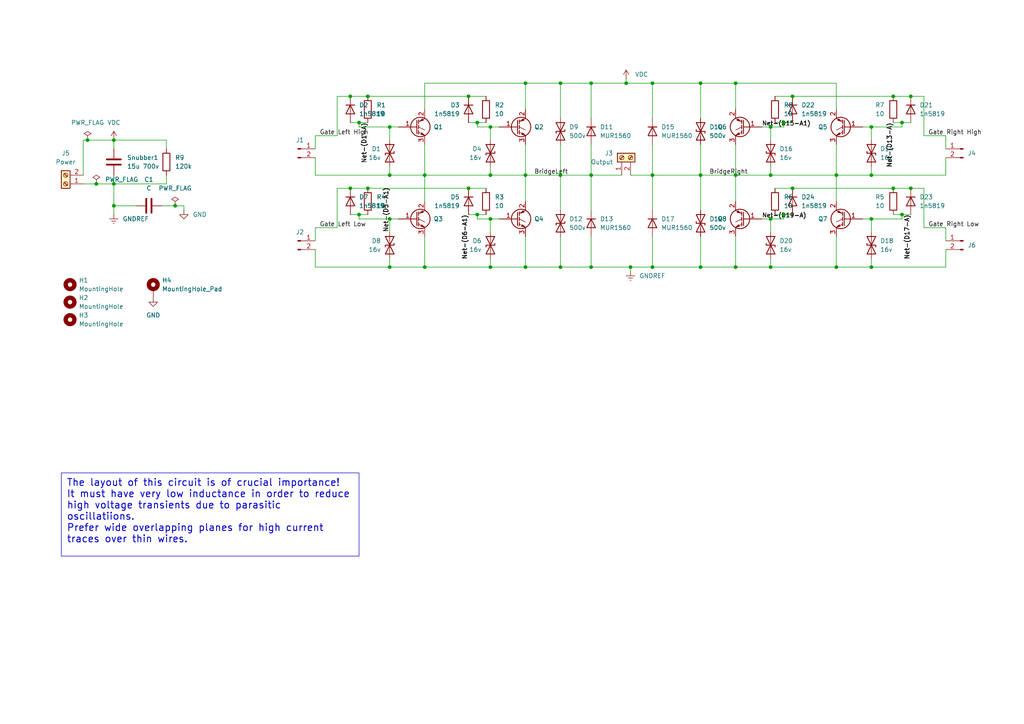
<source format=kicad_sch>
(kicad_sch (version 20250114) (generator "eeschema") (generator_version "9.0")
  (paper "A4")
  (title_block (title "SSTC Inverter") (rev "v4") (company "hnaderi"))
  (lib_symbols
    (symbol "Connector:Conn_01x02_Pin" (pin_names (offset 1.016) (hide yes))
      (property "Reference" "J" (at 0 2.54 0))
      (property "Value" "Conn_01x02_Pin" (at 0 -5.08 0))
      (symbol "Conn_01x02_Pin_1_1"
        (rectangle (start 0.8636 0.127) (end 0 -0.127) (stroke (width 0.1524)) (fill (type outline)))
        (rectangle (start 0.8636 -2.413) (end 0 -2.667) (stroke (width 0.1524)) (fill (type outline)))
        (polyline (pts (xy 1.27 0) (xy 0.8636 0)) (stroke (width 0.1524)))
        (polyline (pts (xy 1.27 -2.54) (xy 0.8636 -2.54)) (stroke (width 0.1524)))
        (pin passive line (at 5.08 0 180) (length 3.81) (name "Pin_1") (number "1"))
        (pin passive line (at 5.08 -2.54 180) (length 3.81) (name "Pin_2") (number "2"))
      )
    )
    (symbol "Connector:Screw_Terminal_01x02" (pin_names (offset 1.016) (hide yes))
      (property "Reference" "J" (at 0 2.54 0))
      (property "Value" "Screw_Terminal_01x02" (at 0 -5.08 0))
      (symbol "Screw_Terminal_01x02_1_1"
        (rectangle (start -1.27 1.27) (end 1.27 -3.81) (stroke (width 0.254)) (fill (type background)))
        (polyline (pts (xy -0.5334 0.3302) (xy 0.3302 -0.508)) (stroke (width 0.1524)))
        (polyline (pts (xy -0.5334 -2.2098) (xy 0.3302 -3.048)) (stroke (width 0.1524)))
        (polyline (pts (xy -0.3556 0.508) (xy 0.508 -0.3302)) (stroke (width 0.1524)))
        (polyline (pts (xy -0.3556 -2.032) (xy 0.508 -2.8702)) (stroke (width 0.1524)))
        (circle (center 0 0) (radius 0.635) (stroke (width 0.1524)))
        (circle (center 0 -2.54) (radius 0.635) (stroke (width 0.1524)))
        (pin passive line (at -5.08 0 0) (length 3.81) (name "Pin_1") (number "1"))
        (pin passive line (at -5.08 -2.54 0) (length 3.81) (name "Pin_2") (number "2"))
      )
    )
    (symbol "Device:C" (pin_numbers (hide yes)) (pin_names (offset 0.254))
      (property "Reference" "C" (at 0.635 2.54 0))
      (property "Value" "C" (at 0.635 -2.54 0))
      (symbol "C_0_1"
        (polyline (pts (xy -2.032 0.762) (xy 2.032 0.762)) (stroke (width 0.508)))
        (polyline (pts (xy -2.032 -0.762) (xy 2.032 -0.762)) (stroke (width 0.508)))
      )
      (symbol "C_1_1"
        (pin passive line (at 0 3.81 270) (length 2.794) (name "~") (number "1"))
        (pin passive line (at 0 -3.81 90) (length 2.794) (name "~") (number "2"))
      )
    )
    (symbol "Device:D" (pin_numbers (hide yes)) (pin_names (offset 1.016) (hide yes))
      (property "Reference" "D" (at 0 2.54 0))
      (property "Value" "D" (at 0 -2.54 0))
      (symbol "D_0_1"
        (polyline (pts (xy -1.27 1.27) (xy -1.27 -1.27)) (stroke (width 0.254)))
        (polyline (pts (xy 1.27 1.27) (xy 1.27 -1.27) (xy -1.27 0) (xy 1.27 1.27)) (stroke (width 0.254)))
        (polyline (pts (xy 1.27 0) (xy -1.27 0)))
      )
      (symbol "D_1_1"
        (pin passive line (at -3.81 0 0) (length 2.54) (name "K") (number "1"))
        (pin passive line (at 3.81 0 180) (length 2.54) (name "A") (number "2"))
      )
    )
    (symbol "Device:D_TVS" (pin_numbers (hide yes)) (pin_names (offset 1.016) (hide yes))
      (property "Reference" "D" (at 0 2.54 0))
      (property "Value" "D_TVS" (at 0 -2.54 0))
      (symbol "D_TVS_0_1"
        (polyline (pts (xy -2.54 1.27) (xy -2.54 -1.27) (xy 2.54 1.27) (xy 2.54 -1.27) (xy -2.54 1.27)) (stroke (width 0.254)))
        (polyline (pts (xy 0.508 1.27) (xy 0 1.27) (xy 0 -1.27) (xy -0.508 -1.27)) (stroke (width 0.254)))
        (polyline (pts (xy 1.27 0) (xy -1.27 0)))
      )
      (symbol "D_TVS_1_1"
        (pin passive line (at -3.81 0 0) (length 2.54) (name "A1") (number "1"))
        (pin passive line (at 3.81 0 180) (length 2.54) (name "A2") (number "2"))
      )
    )
    (symbol "Device:Q_NIGBT_GCE" (pin_names (offset 0) (hide yes))
      (property "Reference" "Q" (at 5.08 1.27 0))
      (property "Value" "Q_NIGBT_GCE" (at 5.08 -1.27 0))
      (symbol "Q_NIGBT_GCE_0_1"
        (polyline (pts (xy 0.254 1.905) (xy 0.254 -1.905) (xy 0.254 -1.905)) (stroke (width 0.254)))
        (polyline (pts (xy 0.762 2.032) (xy 0.762 1.016)) (stroke (width 0.254)))
        (polyline (pts (xy 0.762 0.508) (xy 0.762 -0.508)) (stroke (width 0.254)))
        (polyline (pts (xy 0.762 -1.016) (xy 0.762 -2.032)) (stroke (width 0.254)))
        (circle (center 1.27 0) (radius 2.8194) (stroke (width 0.254)))
        (polyline (pts (xy 1.397 -2.159) (xy 1.651 -1.651) (xy 2.54 -2.413) (xy 1.397 -2.159)) (fill (type outline)))
        (polyline (pts (xy 2.159 1.905) (xy 1.905 2.413) (xy 1.016 1.651) (xy 2.159 1.905)) (fill (type outline)))
        (polyline (pts (xy 2.54 2.413) (xy 0.762 1.524)))
        (polyline (pts (xy 2.54 -0.889) (xy 0.762 0)))
        (polyline (pts (xy 2.54 -2.413) (xy 0.762 -1.524)))
      )
      (symbol "Q_NIGBT_GCE_1_1"
        (pin input line (at -5.08 0 0) (length 5.334) (name "G") (number "1"))
        (pin passive line (at 2.54 5.08 270) (length 2.54) (name "C") (number "2"))
        (pin passive line (at 2.54 -5.08 90) (length 2.54) (name "E") (number "3"))
      )
    )
    (symbol "Device:R" (pin_numbers (hide yes)) (pin_names (offset 0))
      (property "Reference" "R" (at 2.032 0 90))
      (property "Value" "R" (at 0 0 90))
      (symbol "R_0_1"
        (rectangle (start -1.016 -2.54) (end 1.016 2.54) (stroke (width 0.254)))
      )
      (symbol "R_1_1"
        (pin passive line (at 0 3.81 270) (length 1.27) (name "~") (number "1"))
        (pin passive line (at 0 -3.81 90) (length 1.27) (name "~") (number "2"))
      )
    )
    (symbol "Mechanical:MountingHole" (pin_names (offset 1.016)) (in_bom no)
      (property "Reference" "H" (at 0 5.08 0))
      (property "Value" "MountingHole" (at 0 3.175 0))
      (symbol "MountingHole_0_1"
        (circle (center 0 0) (radius 1.27) (stroke (width 1.27)))
      )
    )
    (symbol "Mechanical:MountingHole_Pad" (pin_numbers (hide yes)) (pin_names (offset 1.016) (hide yes)) (in_bom no)
      (property "Reference" "H" (at 0 6.35 0))
      (property "Value" "MountingHole_Pad" (at 0 4.445 0))
      (symbol "MountingHole_Pad_0_1"
        (circle (center 0 1.27) (radius 1.27) (stroke (width 1.27)))
      )
      (symbol "MountingHole_Pad_1_1"
        (pin input line (at 0 -2.54 90) (length 2.54) (name "1") (number "1"))
      )
    )
    (symbol "power:GND" (power) (pin_numbers (hide yes)) (pin_names (offset 0) (hide yes))
      (property "Value" "GND" (at 0 -3.81 0))
      (symbol "GND_0_1"
        (polyline (pts (xy 0 0) (xy 0 -1.27) (xy 1.27 -1.27) (xy 0 -2.54) (xy -1.27 -1.27) (xy 0 -1.27)))
      )
      (symbol "GND_1_1"
        (pin power_in line (at 0 0 270) (length 0) (name "~") (number "1"))
      )
    )
    (symbol "power:GNDREF" (power) (pin_numbers (hide yes)) (pin_names (offset 0) (hide yes))
      (property "Value" "GNDREF" (at 0 -3.81 0))
      (symbol "GNDREF_0_1"
        (polyline (pts (xy -0.635 -1.905) (xy 0.635 -1.905)))
        (polyline (pts (xy -0.127 -2.54) (xy 0.127 -2.54)))
        (polyline (pts (xy 0 -1.27) (xy 0 0)))
        (polyline (pts (xy 1.27 -1.27) (xy -1.27 -1.27)))
      )
      (symbol "GNDREF_1_1"
        (pin power_in line (at 0 0 270) (length 0) (name "~") (number "1"))
      )
    )
    (symbol "power:PWR_FLAG" (power) (pin_numbers (hide yes)) (pin_names (offset 0) (hide yes))
      (property "Value" "PWR_FLAG" (at 0 3.81 0))
      (symbol "PWR_FLAG_0_0"
        (pin power_out line (at 0 0 90) (length 0) (name "~") (number "1"))
      )
      (symbol "PWR_FLAG_0_1"
        (polyline (pts (xy 0 0) (xy 0 1.27) (xy -1.016 1.905) (xy 0 2.54) (xy 1.016 1.905) (xy 0 1.27)))
      )
    )
    (symbol "power:VDC" (power) (pin_numbers (hide yes)) (pin_names (offset 0) (hide yes))
      (property "Value" "VDC" (at 0 3.556 0))
      (symbol "VDC_0_1"
        (polyline (pts (xy -0.762 1.27) (xy 0 2.54)))
        (polyline (pts (xy 0 2.54) (xy 0.762 1.27)))
        (polyline (pts (xy 0 0) (xy 0 2.54)))
      )
      (symbol "VDC_1_1"
        (pin power_in line (at 0 0 90) (length 0) (name "~") (number "1"))
      )
    )
  )
  (text_box "The layout of this circuit is of crucial importance!\nIt must have very low inductance in order to reduce high voltage transients due to parasitic oscillatiions.\nPrefer wide overlapping planes for high current traces over thin wires." (at 17.78 137.16 0) (size 86.36 24.13) (margins 1.524 1.524 1.524 1.524) (effects (font (size 2.032 2.032) (thickness 0.254) (bold yes)) (justify left top)))
  (junction (at 213.36 24.13))
  (junction (at 113.03 63.5))
  (junction (at 142.24 77.47))
  (junction (at 261.62 62.23))
  (junction (at 142.24 36.83))
  (junction (at 261.62 35.56))
  (junction (at 223.52 77.47))
  (junction (at 259.08 54.61))
  (junction (at 135.89 27.94))
  (junction (at 242.57 77.47))
  (junction (at 135.89 54.61))
  (junction (at 189.23 50.8))
  (junction (at 229.87 54.61))
  (junction (at 264.16 54.61))
  (junction (at 33.02 59.69))
  (junction (at 101.6 27.94))
  (junction (at 162.56 77.47))
  (junction (at 152.4 24.13))
  (junction (at 203.2 77.47))
  (junction (at 33.02 53.34))
  (junction (at 113.03 36.83))
  (junction (at 242.57 50.8))
  (junction (at 162.56 50.8))
  (junction (at 171.45 50.8))
  (junction (at 227.33 35.56))
  (junction (at 223.52 50.8))
  (junction (at 27.94 53.34))
  (junction (at 50.8 59.69))
  (junction (at 101.6 54.61))
  (junction (at 223.52 63.5))
  (junction (at 171.45 77.47))
  (junction (at 182.88 77.47))
  (junction (at 142.24 63.5))
  (junction (at 106.68 27.94))
  (junction (at 229.87 27.94))
  (junction (at 252.73 36.83))
  (junction (at 252.73 50.8))
  (junction (at 123.19 50.8))
  (junction (at 152.4 50.8))
  (junction (at 213.36 77.47))
  (junction (at 181.61 24.13))
  (junction (at 152.4 77.47))
  (junction (at 106.68 54.61))
  (junction (at 113.03 50.8))
  (junction (at 264.16 27.94))
  (junction (at 113.03 77.47))
  (junction (at 104.14 62.23))
  (junction (at 104.14 35.56))
  (junction (at 227.33 62.23))
  (junction (at 189.23 77.47))
  (junction (at 189.23 24.13))
  (junction (at 252.73 63.5))
  (junction (at 171.45 24.13))
  (junction (at 33.02 40.64))
  (junction (at 138.43 62.23))
  (junction (at 223.52 36.83))
  (junction (at 138.43 35.56))
  (junction (at 259.08 27.94))
  (junction (at 213.36 50.8))
  (junction (at 203.2 24.13))
  (junction (at 25.4 40.64))
  (junction (at 252.73 77.47))
  (junction (at 203.2 50.8))
  (junction (at 162.56 24.13))
  (junction (at 142.24 50.8))
  (junction (at 123.19 77.47))
  (wire (pts (xy 182.88 78.74) (xy 182.88 77.47)))
  (wire (pts (xy 189.23 34.29) (xy 189.23 24.13)))
  (wire (pts (xy 152.4 41.91) (xy 152.4 50.8)))
  (wire (pts (xy 152.4 77.47) (xy 162.56 77.47)))
  (wire (pts (xy 106.68 54.61) (xy 135.89 54.61)))
  (wire (pts (xy 189.23 24.13) (xy 203.2 24.13)))
  (wire (pts (xy 229.87 27.94) (xy 259.08 27.94)))
  (wire (pts (xy 104.14 62.23) (xy 106.68 62.23)))
  (wire (pts (xy 101.6 27.94) (xy 106.68 27.94)))
  (wire (pts (xy 213.36 68.58) (xy 213.36 77.47)))
  (wire (pts (xy 227.33 63.5) (xy 227.33 62.23)))
  (wire (pts (xy 267.97 54.61) (xy 264.16 54.61)))
  (wire (pts (xy 264.16 62.23) (xy 261.62 62.23)))
  (wire (pts (xy 123.19 77.47) (xy 142.24 77.47)))
  (wire (pts (xy 223.52 50.8) (xy 213.36 50.8)))
  (wire (pts (xy 182.88 50.8) (xy 189.23 50.8)))
  (wire (pts (xy 27.94 53.34) (xy 33.02 53.34)))
  (wire (pts (xy 189.23 41.91) (xy 189.23 50.8)))
  (wire (pts (xy 223.52 67.31) (xy 223.52 63.5)))
  (wire (pts (xy 203.2 34.29) (xy 203.2 24.13)))
  (wire (pts (xy 252.73 50.8) (xy 274.32 50.8)))
  (wire (pts (xy 162.56 60.96) (xy 162.56 50.8)))
  (wire (pts (xy 171.45 24.13) (xy 181.61 24.13)))
  (wire (pts (xy 142.24 74.93) (xy 142.24 77.47)))
  (wire (pts (xy 250.19 63.5) (xy 252.73 63.5)))
  (wire (pts (xy 123.19 58.42) (xy 123.19 50.8)))
  (wire (pts (xy 274.32 66.04) (xy 274.32 69.85)))
  (wire (pts (xy 33.02 62.23) (xy 33.02 59.69)))
  (wire (pts (xy 53.34 59.69) (xy 53.34 60.96)))
  (wire (pts (xy 123.19 50.8) (xy 113.03 50.8)))
  (wire (pts (xy 267.97 54.61) (xy 267.97 66.04)))
  (wire (pts (xy 220.98 36.83) (xy 223.52 36.83)))
  (wire (pts (xy 250.19 36.83) (xy 252.73 36.83)))
  (wire (pts (xy 252.73 74.93) (xy 252.73 77.47)))
  (wire (pts (xy 203.2 60.96) (xy 203.2 50.8)))
  (wire (pts (xy 138.43 35.56) (xy 140.97 35.56)))
  (wire (pts (xy 39.37 59.69) (xy 33.02 59.69)))
  (wire (pts (xy 142.24 40.64) (xy 142.24 36.83)))
  (wire (pts (xy 123.19 31.75) (xy 123.19 24.13)))
  (wire (pts (xy 152.4 50.8) (xy 162.56 50.8)))
  (wire (pts (xy 242.57 58.42) (xy 242.57 50.8)))
  (wire (pts (xy 162.56 41.91) (xy 162.56 50.8)))
  (wire (pts (xy 115.57 36.83) (xy 113.03 36.83)))
  (wire (pts (xy 91.44 39.37) (xy 97.79 39.37)))
  (wire (pts (xy 113.03 74.93) (xy 113.03 77.47)))
  (wire (pts (xy 242.57 50.8) (xy 252.73 50.8)))
  (wire (pts (xy 267.97 27.94) (xy 267.97 39.37)))
  (wire (pts (xy 189.23 68.58) (xy 189.23 77.47)))
  (wire (pts (xy 162.56 24.13) (xy 152.4 24.13)))
  (wire (pts (xy 24.13 53.34) (xy 27.94 53.34)))
  (wire (pts (xy 223.52 77.47) (xy 213.36 77.47)))
  (wire (pts (xy 171.45 34.29) (xy 171.45 24.13)))
  (wire (pts (xy 261.62 35.56) (xy 259.08 35.56)))
  (wire (pts (xy 123.19 24.13) (xy 152.4 24.13)))
  (wire (pts (xy 104.14 36.83) (xy 113.03 36.83)))
  (wire (pts (xy 242.57 68.58) (xy 242.57 77.47)))
  (wire (pts (xy 142.24 77.47) (xy 152.4 77.47)))
  (wire (pts (xy 138.43 36.83) (xy 138.43 35.56)))
  (wire (pts (xy 142.24 50.8) (xy 152.4 50.8)))
  (wire (pts (xy 171.45 77.47) (xy 182.88 77.47)))
  (wire (pts (xy 106.68 27.94) (xy 135.89 27.94)))
  (wire (pts (xy 113.03 50.8) (xy 91.44 50.8)))
  (wire (pts (xy 267.97 39.37) (xy 274.32 39.37)))
  (wire (pts (xy 274.32 66.04) (xy 267.97 66.04)))
  (wire (pts (xy 152.4 58.42) (xy 152.4 50.8)))
  (wire (pts (xy 261.62 35.56) (xy 261.62 36.83)))
  (wire (pts (xy 25.4 40.64) (xy 33.02 40.64)))
  (wire (pts (xy 91.44 50.8) (xy 91.44 45.72)))
  (wire (pts (xy 162.56 77.47) (xy 171.45 77.47)))
  (wire (pts (xy 144.78 63.5) (xy 142.24 63.5)))
  (wire (pts (xy 213.36 77.47) (xy 203.2 77.47)))
  (wire (pts (xy 135.89 54.61) (xy 140.97 54.61)))
  (wire (pts (xy 223.52 63.5) (xy 227.33 63.5)))
  (wire (pts (xy 115.57 63.5) (xy 113.03 63.5)))
  (wire (pts (xy 48.26 40.64) (xy 33.02 40.64)))
  (wire (pts (xy 242.57 31.75) (xy 242.57 24.13)))
  (wire (pts (xy 227.33 36.83) (xy 227.33 35.56)))
  (wire (pts (xy 162.56 68.58) (xy 162.56 77.47)))
  (wire (pts (xy 203.2 50.8) (xy 213.36 50.8)))
  (wire (pts (xy 48.26 53.34) (xy 33.02 53.34)))
  (wire (pts (xy 113.03 40.64) (xy 113.03 36.83)))
  (wire (pts (xy 97.79 27.94) (xy 97.79 39.37)))
  (wire (pts (xy 274.32 50.8) (xy 274.32 45.72)))
  (wire (pts (xy 189.23 50.8) (xy 189.23 60.96)))
  (wire (pts (xy 113.03 77.47) (xy 91.44 77.47)))
  (wire (pts (xy 142.24 48.26) (xy 142.24 50.8)))
  (wire (pts (xy 229.87 54.61) (xy 224.79 54.61)))
  (wire (pts (xy 261.62 36.83) (xy 252.73 36.83)))
  (wire (pts (xy 101.6 35.56) (xy 104.14 35.56)))
  (wire (pts (xy 189.23 50.8) (xy 203.2 50.8)))
  (wire (pts (xy 189.23 77.47) (xy 203.2 77.47)))
  (wire (pts (xy 259.08 54.61) (xy 229.87 54.61)))
  (wire (pts (xy 33.02 53.34) (xy 33.02 50.8)))
  (wire (pts (xy 101.6 54.61) (xy 106.68 54.61)))
  (wire (pts (xy 152.4 31.75) (xy 152.4 24.13)))
  (wire (pts (xy 242.57 50.8) (xy 223.52 50.8)))
  (wire (pts (xy 229.87 35.56) (xy 227.33 35.56)))
  (wire (pts (xy 135.89 62.23) (xy 138.43 62.23)))
  (wire (pts (xy 123.19 50.8) (xy 142.24 50.8)))
  (wire (pts (xy 274.32 39.37) (xy 274.32 43.18)))
  (wire (pts (xy 252.73 48.26) (xy 252.73 50.8)))
  (wire (pts (xy 223.52 74.93) (xy 223.52 77.47)))
  (wire (pts (xy 223.52 48.26) (xy 223.52 50.8)))
  (wire (pts (xy 113.03 67.31) (xy 113.03 63.5)))
  (wire (pts (xy 104.14 63.5) (xy 113.03 63.5)))
  (wire (pts (xy 162.56 50.8) (xy 171.45 50.8)))
  (wire (pts (xy 91.44 39.37) (xy 91.44 43.18)))
  (wire (pts (xy 50.8 59.69) (xy 53.34 59.69)))
  (wire (pts (xy 97.79 54.61) (xy 97.79 66.04)))
  (wire (pts (xy 104.14 62.23) (xy 104.14 63.5)))
  (wire (pts (xy 113.03 48.26) (xy 113.03 50.8)))
  (wire (pts (xy 97.79 27.94) (xy 101.6 27.94)))
  (wire (pts (xy 252.73 67.31) (xy 252.73 63.5)))
  (wire (pts (xy 138.43 62.23) (xy 140.97 62.23)))
  (wire (pts (xy 123.19 77.47) (xy 113.03 77.47)))
  (wire (pts (xy 48.26 40.64) (xy 48.26 43.18)))
  (wire (pts (xy 267.97 27.94) (xy 264.16 27.94)))
  (wire (pts (xy 264.16 35.56) (xy 261.62 35.56)))
  (wire (pts (xy 46.99 59.69) (xy 50.8 59.69)))
  (wire (pts (xy 48.26 53.34) (xy 48.26 50.8)))
  (wire (pts (xy 91.44 66.04) (xy 97.79 66.04)))
  (wire (pts (xy 242.57 77.47) (xy 223.52 77.47)))
  (wire (pts (xy 104.14 35.56) (xy 106.68 35.56)))
  (wire (pts (xy 264.16 27.94) (xy 259.08 27.94)))
  (wire (pts (xy 227.33 35.56) (xy 224.79 35.56)))
  (wire (pts (xy 33.02 53.34) (xy 33.02 59.69)))
  (wire (pts (xy 252.73 77.47) (xy 274.32 77.47)))
  (wire (pts (xy 223.52 36.83) (xy 227.33 36.83)))
  (wire (pts (xy 101.6 62.23) (xy 104.14 62.23)))
  (wire (pts (xy 142.24 36.83) (xy 138.43 36.83)))
  (wire (pts (xy 135.89 35.56) (xy 138.43 35.56)))
  (wire (pts (xy 142.24 67.31) (xy 142.24 63.5)))
  (wire (pts (xy 182.88 77.47) (xy 189.23 77.47)))
  (wire (pts (xy 213.36 58.42) (xy 213.36 50.8)))
  (wire (pts (xy 91.44 77.47) (xy 91.44 72.39)))
  (wire (pts (xy 33.02 40.64) (xy 33.02 43.18)))
  (wire (pts (xy 171.45 60.96) (xy 171.45 50.8)))
  (wire (pts (xy 171.45 50.8) (xy 180.34 50.8)))
  (wire (pts (xy 91.44 66.04) (xy 91.44 69.85)))
  (wire (pts (xy 138.43 63.5) (xy 138.43 62.23)))
  (wire (pts (xy 229.87 27.94) (xy 224.79 27.94)))
  (wire (pts (xy 162.56 34.29) (xy 162.56 24.13)))
  (wire (pts (xy 123.19 41.91) (xy 123.19 50.8)))
  (wire (pts (xy 242.57 77.47) (xy 252.73 77.47)))
  (wire (pts (xy 213.36 41.91) (xy 213.36 50.8)))
  (wire (pts (xy 242.57 41.91) (xy 242.57 50.8)))
  (wire (pts (xy 24.13 40.64) (xy 25.4 40.64)))
  (wire (pts (xy 261.62 63.5) (xy 252.73 63.5)))
  (wire (pts (xy 227.33 62.23) (xy 224.79 62.23)))
  (wire (pts (xy 203.2 41.91) (xy 203.2 50.8)))
  (wire (pts (xy 97.79 54.61) (xy 101.6 54.61)))
  (wire (pts (xy 242.57 24.13) (xy 213.36 24.13)))
  (wire (pts (xy 123.19 68.58) (xy 123.19 77.47)))
  (wire (pts (xy 162.56 24.13) (xy 171.45 24.13)))
  (wire (pts (xy 261.62 62.23) (xy 261.62 63.5)))
  (wire (pts (xy 203.2 24.13) (xy 213.36 24.13)))
  (wire (pts (xy 223.52 40.64) (xy 223.52 36.83)))
  (wire (pts (xy 152.4 68.58) (xy 152.4 77.47)))
  (wire (pts (xy 142.24 63.5) (xy 138.43 63.5)))
  (wire (pts (xy 181.61 22.86) (xy 181.61 24.13)))
  (wire (pts (xy 274.32 77.47) (xy 274.32 72.39)))
  (wire (pts (xy 24.13 50.8) (xy 24.13 40.64)))
  (wire (pts (xy 171.45 41.91) (xy 171.45 50.8)))
  (wire (pts (xy 171.45 68.58) (xy 171.45 77.47)))
  (wire (pts (xy 181.61 24.13) (xy 189.23 24.13)))
  (wire (pts (xy 135.89 27.94) (xy 140.97 27.94)))
  (wire (pts (xy 213.36 31.75) (xy 213.36 24.13)))
  (wire (pts (xy 203.2 68.58) (xy 203.2 77.47)))
  (wire (pts (xy 261.62 62.23) (xy 259.08 62.23)))
  (wire (pts (xy 144.78 36.83) (xy 142.24 36.83)))
  (wire (pts (xy 104.14 35.56) (xy 104.14 36.83)))
  (wire (pts (xy 264.16 54.61) (xy 259.08 54.61)))
  (wire (pts (xy 220.98 63.5) (xy 223.52 63.5)))
  (wire (pts (xy 252.73 40.64) (xy 252.73 36.83)))
  (wire (pts (xy 229.87 62.23) (xy 227.33 62.23)))
  (label "Net-(D13-A)" (at 259.08 35.56 270))
  (label "Gate Right High" (at 269.24 39.37 0))
  (label "BridgeLeft" (at 154.94 50.8 0))
  (label "Net-(D19-A)" (at 220.98 63.5 0))
  (label "Net-(D15-A1)" (at 220.98 36.83 0))
  (label "Net-(D15-A1)" (at 220.98 36.83 0))
  (label "Net-(D17-A)" (at 264.16 62.23 270))
  (label "Net-(D13-A)" (at 259.08 35.56 270))
  (label "Net-(D6-A1)" (at 135.89 62.23 270))
  (label "Net-(D6-A1)" (at 135.89 62.23 270))
  (label "Net-(D15-A1)" (at 220.98 36.83 0))
  (label "Net-(D17-A)" (at 264.16 62.23 270))
  (label "Net-(D13-A)" (at 259.08 35.56 270))
  (label "Gate Left Low" (at 92.71 66.04 0))
  (label "Net-(D1-A)" (at 106.68 35.56 270))
  (label "Net-(D1-A)" (at 106.68 35.56 270))
  (label "Net-(D19-A)" (at 220.98 63.5 0))
  (label "Net-(D17-A)" (at 264.16 62.23 270))
  (label "Net-(D5-A1)" (at 113.03 67.31 90))
  (label "BridgeRight" (at 205.74 50.8 0))
  (label "Net-(D5-A1)" (at 113.03 67.31 90))
  (label "Net-(D17-A)" (at 264.16 62.23 270))
  (label "Net-(D1-A)" (at 106.68 35.56 270))
  (label "Gate Left High" (at 92.71 39.37 0))
  (label "Net-(D5-A1)" (at 113.03 67.31 90))
  (label "Net-(D13-A)" (at 259.08 35.56 270))
  (label "Net-(D1-A)" (at 106.68 35.56 270))
  (label "Gate Right Low" (at 269.24 66.04 0))
  (label "Net-(D19-A)" (at 220.98 63.5 0))
  (label "Net-(D5-A1)" (at 113.03 67.31 90))
  (label "Net-(D19-A)" (at 220.98 63.5 0))
  (label "Net-(D15-A1)" (at 220.98 36.83 0))
  (label "Net-(D6-A1)" (at 135.89 62.23 270))
  (label "Net-(D6-A1)" (at 135.89 62.23 270))
  (symbol (lib_id "Device:Q_NIGBT_GCE") (at 120.65 36.83 0) (unit 1)
    (property "Reference" "Q1" (at 125.73 36.8299 0) (effects (justify left)))
    (property "Value" "Q_NIGBT_GCE" (effects (hide yes)))
    (property "Footprint" "Package_TO_SOT_THT:TO-247-3_Vertical" (effects (hide yes)))
  )
  (symbol (lib_id "Device:R") (at 224.79 31.75 0) (mirror y) (unit 1)
    (property "Reference" "R8" (at 227.33 30.4799 0) (effects (justify right)))
    (property "Value" "10" (at 227.33 33.0199 0) (effects (justify right)))
    (property "Footprint" "Resistor_THT:R_Axial_DIN0207_L6.3mm_D2.5mm_P7.62mm_Horizontal" (effects (hide yes)))
  )
  (symbol (lib_id "Device:D") (at 101.6 31.75 270) (unit 1)
    (property "Reference" "D2" (at 104.14 30.4799 90) (effects (justify left)))
    (property "Value" "1n5819" (at 104.14 33.0199 90) (effects (justify left)))
    (property "Footprint" "Diode_THT:D_DO-41_SOD81_P7.62mm_Horizontal" (effects (hide yes)))
    (property "Description" "Diode" (effects (hide yes)))
    (property "Sim.Device" "D" (effects (hide yes)))
    (property "Sim.Pins" "1=K 2=A" (effects (hide yes)))
  )
  (symbol (lib_id "power:VDC") (at 33.02 40.64 0) (unit 1)
    (property "Reference" "#PWR03" (effects (hide yes)))
    (property "Value" "VDC" (at 33.02 35.56 0))
    (property "Description" "Power symbol creates a global label with name \"VDC\"" (effects (hide yes)))
  )
  (symbol (lib_id "Device:Q_NIGBT_GCE") (at 245.11 63.5 0) (mirror y) (unit 1)
    (property "Reference" "Q7" (at 240.03 63.4999 0) (effects (justify left)))
    (property "Value" "Q_NIGBT_GCE" (effects (hide yes)))
    (property "Footprint" "Package_TO_SOT_THT:TO-247-3_Vertical" (effects (hide yes)))
  )
  (symbol (lib_id "Device:R") (at 106.68 58.42 0) (unit 1)
    (property "Reference" "R4" (at 109.22 57.1499 0) (effects (justify left)))
    (property "Value" "10" (at 109.22 59.6899 0) (effects (justify left)))
    (property "Footprint" "Resistor_THT:R_Axial_DIN0207_L6.3mm_D2.5mm_P7.62mm_Horizontal" (effects (hide yes)))
  )
  (symbol (lib_id "Device:D_TVS") (at 142.24 71.12 90) (mirror x) (unit 1)
    (property "Reference" "D6" (at 139.7 69.8499 90) (effects (justify left)))
    (property "Value" "16v" (at 139.7 72.3899 90) (effects (justify left)))
    (property "Footprint" "Diode_THT:D_DO-201_P3.81mm_Vertical_KathodeUp" (effects (hide yes)))
    (property "Description" "Bidirectional transient-voltage-suppression diode" (effects (hide yes)))
  )
  (symbol (lib_id "Mechanical:MountingHole") (at 20.32 82.55 0) (unit 1) (in_bom no)
    (property "Reference" "H1" (at 22.86 81.2799 0) (effects (justify left)))
    (property "Value" "MountingHole" (at 22.86 83.8199 0) (effects (justify left)))
    (property "Footprint" "MountingHole:MountingHole_3.2mm_M3" (effects (hide yes)))
    (property "Description" "Mounting Hole without connection" (effects (hide yes)))
  )
  (symbol (lib_id "Device:D") (at 189.23 64.77 270) (unit 1)
    (property "Reference" "D17" (at 191.77 63.4999 90) (effects (justify left)))
    (property "Value" "MUR1560" (at 191.77 66.0399 90) (effects (justify left)))
    (property "Footprint" "Package_TO_SOT_THT:TO-220-2_Vertical" (effects (hide yes)))
    (property "Description" "Diode" (effects (hide yes)))
    (property "Sim.Device" "D" (effects (hide yes)))
    (property "Sim.Pins" "1=K 2=A" (effects (hide yes)))
  )
  (symbol (lib_id "Device:R") (at 224.79 58.42 0) (mirror y) (unit 1)
    (property "Reference" "R6" (at 227.33 57.1499 0) (effects (justify right)))
    (property "Value" "10" (at 227.33 59.6899 0) (effects (justify right)))
    (property "Footprint" "Resistor_THT:R_Axial_DIN0207_L6.3mm_D2.5mm_P7.62mm_Horizontal" (effects (hide yes)))
  )
  (symbol (lib_id "Device:D_TVS") (at 252.73 71.12 270) (unit 1)
    (property "Reference" "D18" (at 255.27 69.8499 90) (effects (justify left)))
    (property "Value" "16v" (at 255.27 72.3899 90) (effects (justify left)))
    (property "Footprint" "Diode_THT:D_DO-201_P3.81mm_Vertical_KathodeUp" (effects (hide yes)))
    (property "Description" "Bidirectional transient-voltage-suppression diode" (effects (hide yes)))
  )
  (symbol (lib_id "Device:Q_NIGBT_GCE") (at 215.9 63.5 0) (mirror y) (unit 1)
    (property "Reference" "Q8" (at 210.82 63.4999 0) (effects (justify left)))
    (property "Value" "Q_NIGBT_GCE" (effects (hide yes)))
    (property "Footprint" "Package_TO_SOT_THT:TO-247-3_Vertical" (effects (hide yes)))
  )
  (symbol (lib_id "Device:D") (at 171.45 64.77 270) (unit 1)
    (property "Reference" "D13" (at 173.99 63.4999 90) (effects (justify left)))
    (property "Value" "MUR1560" (at 173.99 66.0399 90) (effects (justify left)))
    (property "Footprint" "Package_TO_SOT_THT:TO-220-2_Vertical" (effects (hide yes)))
    (property "Description" "Diode" (effects (hide yes)))
    (property "Sim.Device" "D" (effects (hide yes)))
    (property "Sim.Pins" "1=K 2=A" (effects (hide yes)))
  )
  (symbol (lib_id "Device:R") (at 140.97 31.75 0) (unit 1)
    (property "Reference" "R2" (at 143.51 30.4799 0) (effects (justify left)))
    (property "Value" "10" (at 143.51 33.0199 0) (effects (justify left)))
    (property "Footprint" "Resistor_THT:R_Axial_DIN0207_L6.3mm_D2.5mm_P7.62mm_Horizontal" (effects (hide yes)))
  )
  (symbol (lib_id "Device:D_TVS") (at 162.56 38.1 90) (mirror x) (unit 1)
    (property "Reference" "D9" (at 165.1 36.8299 90) (effects (justify right)))
    (property "Value" "500v" (at 165.1 39.3699 90) (effects (justify right)))
    (property "Footprint" "Diode_THT:D_DO-15_P10.16mm_Horizontal" (effects (hide yes)))
    (property "Description" "Bidirectional transient-voltage-suppression diode" (effects (hide yes)))
  )
  (symbol (lib_id "Device:Q_NIGBT_GCE") (at 120.65 63.5 0) (unit 1)
    (property "Reference" "Q3" (at 125.73 63.4999 0) (effects (justify left)))
    (property "Value" "Q_NIGBT_GCE" (effects (hide yes)))
    (property "Footprint" "Package_TO_SOT_THT:TO-247-3_Vertical" (effects (hide yes)))
  )
  (symbol (lib_id "Device:D_TVS") (at 252.73 44.45 270) (unit 1)
    (property "Reference" "D14" (at 255.27 43.1799 90) (effects (justify left)))
    (property "Value" "16v" (at 255.27 45.7199 90) (effects (justify left)))
    (property "Footprint" "Diode_THT:D_DO-201_P3.81mm_Vertical_KathodeUp" (effects (hide yes)))
    (property "Description" "Bidirectional transient-voltage-suppression diode" (effects (hide yes)))
  )
  (symbol (lib_id "Device:D") (at 229.87 31.75 90) (mirror x) (unit 1)
    (property "Reference" "D22" (at 232.41 30.4799 90) (effects (justify right)))
    (property "Value" "1n5819" (at 232.41 33.0199 90) (effects (justify right)))
    (property "Footprint" "Diode_THT:D_DO-41_SOD81_P7.62mm_Horizontal" (effects (hide yes)))
    (property "Description" "Diode" (effects (hide yes)))
    (property "Sim.Device" "D" (effects (hide yes)))
    (property "Sim.Pins" "1=K 2=A" (effects (hide yes)))
  )
  (symbol (lib_id "Device:D_TVS") (at 113.03 71.12 90) (mirror x) (unit 1)
    (property "Reference" "D8" (at 110.49 69.8499 90) (effects (justify left)))
    (property "Value" "16v" (at 110.49 72.3899 90) (effects (justify left)))
    (property "Footprint" "Diode_THT:D_DO-201_P3.81mm_Vertical_KathodeUp" (effects (hide yes)))
    (property "Description" "Bidirectional transient-voltage-suppression diode" (effects (hide yes)))
  )
  (symbol (lib_id "Device:D_TVS") (at 203.2 38.1 270) (unit 1)
    (property "Reference" "D10" (at 205.74 36.8299 90) (effects (justify left)))
    (property "Value" "500v" (at 205.74 39.3699 90) (effects (justify left)))
    (property "Footprint" "Diode_THT:D_DO-15_P10.16mm_Horizontal" (effects (hide yes)))
    (property "Description" "Bidirectional transient-voltage-suppression diode" (effects (hide yes)))
  )
  (symbol (lib_id "Device:Q_NIGBT_GCE") (at 149.86 63.5 0) (unit 1)
    (property "Reference" "Q4" (at 154.94 63.4999 0) (effects (justify left)))
    (property "Value" "Q_NIGBT_GCE" (effects (hide yes)))
    (property "Footprint" "Package_TO_SOT_THT:TO-247-3_Vertical" (effects (hide yes)))
  )
  (symbol (lib_id "power:VDC") (at 181.61 22.86 0) (unit 1)
    (property "Reference" "#PWR02" (effects (hide yes)))
    (property "Value" "VDC" (at 184.15 21.5899 0) (effects (justify left)))
    (property "Description" "Power symbol creates a global label with name \"VDC\"" (effects (hide yes)))
  )
  (symbol (lib_id "Device:Q_NIGBT_GCE") (at 215.9 36.83 0) (mirror y) (unit 1)
    (property "Reference" "Q6" (at 210.82 36.8299 0) (effects (justify left)))
    (property "Value" "Q_NIGBT_GCE" (effects (hide yes)))
    (property "Footprint" "Package_TO_SOT_THT:TO-247-3_Vertical" (effects (hide yes)))
  )
  (symbol (lib_id "Device:D") (at 229.87 58.42 90) (mirror x) (unit 1)
    (property "Reference" "D24" (at 232.41 57.1499 90) (effects (justify right)))
    (property "Value" "1n5819" (at 232.41 59.6899 90) (effects (justify right)))
    (property "Footprint" "Diode_THT:D_DO-41_SOD81_P7.62mm_Horizontal" (effects (hide yes)))
    (property "Description" "Diode" (effects (hide yes)))
    (property "Sim.Device" "D" (effects (hide yes)))
    (property "Sim.Pins" "1=K 2=A" (effects (hide yes)))
  )
  (symbol (lib_id "Device:D") (at 135.89 58.42 270) (unit 1)
    (property "Reference" "D5" (at 133.35 57.1499 90) (effects (justify right)))
    (property "Value" "1n5819" (at 133.35 59.6899 90) (effects (justify right)))
    (property "Footprint" "Diode_THT:D_DO-41_SOD81_P7.62mm_Horizontal" (effects (hide yes)))
    (property "Description" "Diode" (effects (hide yes)))
    (property "Sim.Device" "D" (effects (hide yes)))
    (property "Sim.Pins" "1=K 2=A" (effects (hide yes)))
  )
  (symbol (lib_id "Device:Q_NIGBT_GCE") (at 149.86 36.83 0) (unit 1)
    (property "Reference" "Q2" (at 154.94 36.8299 0) (effects (justify left)))
    (property "Value" "Q_NIGBT_GCE" (effects (hide yes)))
    (property "Footprint" "Package_TO_SOT_THT:TO-247-3_Vertical" (effects (hide yes)))
  )
  (symbol (lib_id "Connector:Conn_01x02_Pin") (at 86.36 43.18 0) (unit 1)
    (property "Reference" "J1" (at 86.995 40.64 0))
    (property "Value" "Conn_01x02_Pin" (effects (hide yes)))
    (property "Footprint" "Connector_JST:JST_XH_B2B-XH-A_1x02_P2.50mm_Vertical" (effects (hide yes)))
  )
  (symbol (lib_id "power:PWR_FLAG") (at 25.4 40.64 0) (unit 1)
    (property "Reference" "#FLG01" (effects (hide yes)))
    (property "Value" "PWR_FLAG" (at 25.4 35.56 0))
    (property "Description" "Special symbol for telling ERC where power comes from" (effects (hide yes)))
  )
  (symbol (lib_id "Device:C") (at 43.18 59.69 90) (unit 1)
    (property "Reference" "C1" (at 43.18 52.07 90))
    (property "Value" "C" (at 43.18 54.61 90))
    (property "Footprint" "Capacitor_THT:C_Rect_L26.5mm_W5.0mm_P22.50mm_MKS4" (effects (hide yes)))
    (property "Description" "Unpolarized capacitor" (effects (hide yes)))
  )
  (symbol (lib_id "power:PWR_FLAG") (at 50.8 59.69 0) (unit 1)
    (property "Reference" "#FLG03" (effects (hide yes)))
    (property "Value" "PWR_FLAG" (at 50.8 54.61 0))
    (property "Description" "Special symbol for telling ERC where power comes from" (effects (hide yes)))
  )
  (symbol (lib_id "power:GNDREF") (at 182.88 78.74 0) (unit 1)
    (property "Reference" "#PWR04" (effects (hide yes)))
    (property "Value" "GNDREF" (at 185.42 80.0099 0) (effects (justify left)))
    (property "Description" "Power symbol creates a global label with name \"GNDREF\" , reference supply ground" (effects (hide yes)))
  )
  (symbol (lib_id "Device:R") (at 259.08 58.42 0) (mirror y) (unit 1)
    (property "Reference" "R5" (at 256.54 57.1499 0) (effects (justify left)))
    (property "Value" "10" (at 256.54 59.6899 0) (effects (justify left)))
    (property "Footprint" "Resistor_THT:R_Axial_DIN0207_L6.3mm_D2.5mm_P7.62mm_Horizontal" (effects (hide yes)))
  )
  (symbol (lib_id "Device:D_TVS") (at 223.52 44.45 270) (unit 1)
    (property "Reference" "D16" (at 226.06 43.1799 90) (effects (justify left)))
    (property "Value" "16v" (at 226.06 45.7199 90) (effects (justify left)))
    (property "Footprint" "Diode_THT:D_DO-201_P3.81mm_Vertical_KathodeUp" (effects (hide yes)))
    (property "Description" "Bidirectional transient-voltage-suppression diode" (effects (hide yes)))
  )
  (symbol (lib_id "Device:C") (at 33.02 46.99 180) (unit 1)
    (property "Reference" "Snubber1" (at 36.83 45.7199 0) (effects (justify right)))
    (property "Value" "15u 700v" (at 36.83 48.2599 0) (effects (justify right)))
    (property "Footprint" "Capacitor_THT:C_Rect_L41.5mm_W20.0mm_P37.50mm_MKS4" (effects (hide yes)))
    (property "Datasheet" "https://www.vishay.com/docs/26010/mkp1848sdclink.pdf" (effects (hide yes)))
    (property "Description" "Unpolarized capacitor" (effects (hide yes)))
  )
  (symbol (lib_id "Device:D_TVS") (at 203.2 64.77 270) (unit 1)
    (property "Reference" "D19" (at 205.74 63.4999 90) (effects (justify left)))
    (property "Value" "500v" (at 205.74 66.0399 90) (effects (justify left)))
    (property "Footprint" "Diode_THT:D_DO-15_P10.16mm_Horizontal" (effects (hide yes)))
    (property "Description" "Bidirectional transient-voltage-suppression diode" (effects (hide yes)))
  )
  (symbol (lib_id "Device:D") (at 135.89 31.75 270) (unit 1)
    (property "Reference" "D3" (at 133.35 30.4799 90) (effects (justify right)))
    (property "Value" "1n5819" (at 133.35 33.0199 90) (effects (justify right)))
    (property "Footprint" "Diode_THT:D_DO-41_SOD81_P7.62mm_Horizontal" (effects (hide yes)))
    (property "Description" "Diode" (effects (hide yes)))
    (property "Sim.Device" "D" (effects (hide yes)))
    (property "Sim.Pins" "1=K 2=A" (effects (hide yes)))
  )
  (symbol (lib_id "Device:D_TVS") (at 142.24 44.45 90) (mirror x) (unit 1)
    (property "Reference" "D4" (at 139.7 43.1799 90) (effects (justify left)))
    (property "Value" "16v" (at 139.7 45.7199 90) (effects (justify left)))
    (property "Footprint" "Diode_THT:D_DO-201_P3.81mm_Vertical_KathodeUp" (effects (hide yes)))
    (property "Description" "Bidirectional transient-voltage-suppression diode" (effects (hide yes)))
  )
  (symbol (lib_id "Mechanical:MountingHole_Pad") (at 44.45 83.82 0) (unit 1) (in_bom no)
    (property "Reference" "H4" (at 46.99 81.2799 0) (effects (justify left)))
    (property "Value" "MountingHole_Pad" (at 46.99 83.8199 0) (effects (justify left)))
    (property "Footprint" "MountingHole:MountingHole_3.2mm_M3_DIN965_Pad_TopBottom" (effects (hide yes)))
    (property "Description" "Mounting Hole with connection" (effects (hide yes)))
  )
  (symbol (lib_id "Connector:Conn_01x02_Pin") (at 86.36 69.85 0) (unit 1)
    (property "Reference" "J2" (at 86.995 67.31 0))
    (property "Value" "Conn_01x02_Pin" (effects (hide yes)))
    (property "Footprint" "Connector_JST:JST_XH_B2B-XH-A_1x02_P2.50mm_Vertical" (effects (hide yes)))
  )
  (symbol (lib_id "power:GND") (at 44.45 86.36 0) (unit 1)
    (property "Reference" "#PWR05" (effects (hide yes)))
    (property "Value" "GND" (at 44.45 91.44 0))
    (property "Description" "Power symbol creates a global label with name \"GND\" , ground" (effects (hide yes)))
  )
  (symbol (lib_id "Device:R") (at 140.97 58.42 0) (unit 1)
    (property "Reference" "R3" (at 143.51 57.1499 0) (effects (justify left)))
    (property "Value" "10" (at 143.51 59.6899 0) (effects (justify left)))
    (property "Footprint" "Resistor_THT:R_Axial_DIN0207_L6.3mm_D2.5mm_P7.62mm_Horizontal" (effects (hide yes)))
  )
  (symbol (lib_id "Device:D") (at 101.6 58.42 270) (unit 1)
    (property "Reference" "D7" (at 104.14 57.1499 90) (effects (justify left)))
    (property "Value" "1n5819" (at 104.14 59.6899 90) (effects (justify left)))
    (property "Footprint" "Diode_THT:D_DO-41_SOD81_P7.62mm_Horizontal" (effects (hide yes)))
    (property "Description" "Diode" (effects (hide yes)))
    (property "Sim.Device" "D" (effects (hide yes)))
    (property "Sim.Pins" "1=K 2=A" (effects (hide yes)))
  )
  (symbol (lib_id "Device:D_TVS") (at 162.56 64.77 90) (mirror x) (unit 1)
    (property "Reference" "D12" (at 165.1 63.4999 90) (effects (justify right)))
    (property "Value" "500v" (at 165.1 66.0399 90) (effects (justify right)))
    (property "Footprint" "Diode_THT:D_DO-15_P10.16mm_Horizontal" (effects (hide yes)))
    (property "Description" "Bidirectional transient-voltage-suppression diode" (effects (hide yes)))
  )
  (symbol (lib_id "Connector:Conn_01x02_Pin") (at 279.4 69.85 0) (mirror y) (unit 1)
    (property "Reference" "J6" (at 280.67 71.1199 0) (effects (justify right)))
    (property "Value" "Conn_01x02_Pin" (effects (hide yes)))
    (property "Footprint" "Connector_JST:JST_XH_B2B-XH-A_1x02_P2.50mm_Vertical" (effects (hide yes)))
  )
  (symbol (lib_id "Device:R") (at 259.08 31.75 0) (mirror y) (unit 1)
    (property "Reference" "R7" (at 256.54 30.4799 0) (effects (justify left)))
    (property "Value" "10" (at 256.54 33.0199 0) (effects (justify left)))
    (property "Footprint" "Resistor_THT:R_Axial_DIN0207_L6.3mm_D2.5mm_P7.62mm_Horizontal" (effects (hide yes)))
  )
  (symbol (lib_id "Device:D_TVS") (at 113.03 44.45 90) (mirror x) (unit 1)
    (property "Reference" "D1" (at 110.49 43.1799 90) (effects (justify left)))
    (property "Value" "16v" (at 110.49 45.7199 90) (effects (justify left)))
    (property "Footprint" "Diode_THT:D_DO-201_P3.81mm_Vertical_KathodeUp" (effects (hide yes)))
    (property "Description" "Bidirectional transient-voltage-suppression diode" (effects (hide yes)))
  )
  (symbol (lib_id "power:GNDREF") (at 33.02 62.23 0) (unit 1)
    (property "Reference" "#PWR01" (effects (hide yes)))
    (property "Value" "GNDREF" (at 35.56 63.4999 0) (effects (justify left)))
    (property "Description" "Power symbol creates a global label with name \"GNDREF\" , reference supply ground" (effects (hide yes)))
  )
  (symbol (lib_id "Device:D") (at 189.23 38.1 270) (unit 1)
    (property "Reference" "D15" (at 191.77 36.8299 90) (effects (justify left)))
    (property "Value" "MUR1560" (at 191.77 39.3699 90) (effects (justify left)))
    (property "Footprint" "Package_TO_SOT_THT:TO-220-2_Vertical" (effects (hide yes)))
    (property "Description" "Diode" (effects (hide yes)))
    (property "Sim.Device" "D" (effects (hide yes)))
    (property "Sim.Pins" "1=K 2=A" (effects (hide yes)))
  )
  (symbol (lib_id "Connector:Screw_Terminal_01x02") (at 180.34 45.72 90) (unit 1)
    (property "Reference" "J3" (at 177.8 44.4499 90) (effects (justify left)))
    (property "Value" "Output" (at 177.8 46.9899 90) (effects (justify left)))
    (property "Footprint" "TerminalBlock:TerminalBlock_bornier-2_P5.08mm" (effects (hide yes)))
    (property "Description" "Generic screw terminal, single row, 01x02, script generated (kicad-library-utils/schlib/autogen/connector/)" (effects (hide yes)))
  )
  (symbol (lib_id "power:PWR_FLAG") (at 27.94 53.34 0) (unit 1)
    (property "Reference" "#FLG02" (effects (hide yes)))
    (property "Value" "PWR_FLAG" (at 30.48 52.0699 0) (effects (justify left)))
    (property "Description" "Special symbol for telling ERC where power comes from" (effects (hide yes)))
  )
  (symbol (lib_id "Device:D") (at 264.16 58.42 90) (mirror x) (unit 1)
    (property "Reference" "D23" (at 266.7 57.1499 90) (effects (justify right)))
    (property "Value" "1n5819" (at 266.7 59.6899 90) (effects (justify right)))
    (property "Footprint" "Diode_THT:D_DO-41_SOD81_P7.62mm_Horizontal" (effects (hide yes)))
    (property "Description" "Diode" (effects (hide yes)))
    (property "Sim.Device" "D" (effects (hide yes)))
    (property "Sim.Pins" "1=K 2=A" (effects (hide yes)))
  )
  (symbol (lib_id "Mechanical:MountingHole") (at 20.32 87.63 0) (unit 1) (in_bom no)
    (property "Reference" "H2" (at 22.86 86.3599 0) (effects (justify left)))
    (property "Value" "MountingHole" (at 22.86 88.8999 0) (effects (justify left)))
    (property "Footprint" "MountingHole:MountingHole_3.2mm_M3" (effects (hide yes)))
    (property "Description" "Mounting Hole without connection" (effects (hide yes)))
  )
  (symbol (lib_id "Connector:Conn_01x02_Pin") (at 279.4 43.18 0) (mirror y) (unit 1)
    (property "Reference" "J4" (at 280.67 44.4499 0) (effects (justify right)))
    (property "Value" "Conn_01x02_Pin" (effects (hide yes)))
    (property "Footprint" "Connector_JST:JST_XH_B2B-XH-A_1x02_P2.50mm_Vertical" (effects (hide yes)))
  )
  (symbol (lib_id "Device:Q_NIGBT_GCE") (at 245.11 36.83 0) (mirror y) (unit 1)
    (property "Reference" "Q5" (at 240.03 36.8299 0) (effects (justify left)))
    (property "Value" "Q_NIGBT_GCE" (effects (hide yes)))
    (property "Footprint" "Package_TO_SOT_THT:TO-247-3_Vertical" (effects (hide yes)))
  )
  (symbol (lib_id "Device:D") (at 171.45 38.1 270) (unit 1)
    (property "Reference" "D11" (at 173.99 36.8299 90) (effects (justify left)))
    (property "Value" "MUR1560" (at 173.99 39.3699 90) (effects (justify left)))
    (property "Footprint" "Package_TO_SOT_THT:TO-220-2_Vertical" (effects (hide yes)))
    (property "Description" "Diode" (effects (hide yes)))
    (property "Sim.Device" "D" (effects (hide yes)))
    (property "Sim.Pins" "1=K 2=A" (effects (hide yes)))
  )
  (symbol (lib_id "Mechanical:MountingHole") (at 20.32 92.71 0) (unit 1) (in_bom no)
    (property "Reference" "H3" (at 22.86 91.4399 0) (effects (justify left)))
    (property "Value" "MountingHole" (at 22.86 93.9799 0) (effects (justify left)))
    (property "Footprint" "MountingHole:MountingHole_3.2mm_M3" (effects (hide yes)))
    (property "Description" "Mounting Hole without connection" (effects (hide yes)))
  )
  (symbol (lib_id "Device:D_TVS") (at 223.52 71.12 270) (unit 1)
    (property "Reference" "D20" (at 226.06 69.8499 90) (effects (justify left)))
    (property "Value" "16v" (at 226.06 72.3899 90) (effects (justify left)))
    (property "Footprint" "Diode_THT:D_DO-201_P3.81mm_Vertical_KathodeUp" (effects (hide yes)))
    (property "Description" "Bidirectional transient-voltage-suppression diode" (effects (hide yes)))
  )
  (symbol (lib_id "Device:R") (at 106.68 31.75 0) (unit 1)
    (property "Reference" "R1" (at 109.22 30.4799 0) (effects (justify left)))
    (property "Value" "10" (at 109.22 33.0199 0) (effects (justify left)))
    (property "Footprint" "Resistor_THT:R_Axial_DIN0207_L6.3mm_D2.5mm_P7.62mm_Horizontal" (effects (hide yes)))
  )
  (symbol (lib_id "Device:R") (at 48.26 46.99 0) (unit 1)
    (property "Reference" "R9" (at 50.8 45.7199 0) (effects (justify left)))
    (property "Value" "120k" (at 50.8 48.2599 0) (effects (justify left)))
    (property "Footprint" "Resistor_THT:R_Axial_DIN0516_L15.5mm_D5.0mm_P20.32mm_Horizontal" (effects (hide yes)))
    (property "Description" "Resistor" (effects (hide yes)))
  )
  (symbol (lib_id "power:GND") (at 53.34 60.96 0) (unit 1)
    (property "Reference" "#PWR06" (effects (hide yes)))
    (property "Value" "GND" (at 55.88 62.2299 0) (effects (justify left)))
    (property "Description" "Power symbol creates a global label with name \"GND\" , ground" (effects (hide yes)))
  )
  (symbol (lib_id "Device:D") (at 264.16 31.75 90) (mirror x) (unit 1)
    (property "Reference" "D21" (at 266.7 30.4799 90) (effects (justify right)))
    (property "Value" "1n5819" (at 266.7 33.0199 90) (effects (justify right)))
    (property "Footprint" "Diode_THT:D_DO-41_SOD81_P7.62mm_Horizontal" (effects (hide yes)))
    (property "Description" "Diode" (effects (hide yes)))
    (property "Sim.Device" "D" (effects (hide yes)))
    (property "Sim.Pins" "1=K 2=A" (effects (hide yes)))
  )
  (symbol (lib_id "Connector:Screw_Terminal_01x02") (at 19.05 53.34 180) (unit 1)
    (property "Reference" "J5" (at 19.05 44.45 0))
    (property "Value" "Power" (at 19.05 46.99 0))
    (property "Footprint" "TerminalBlock:TerminalBlock_bornier-2_P5.08mm" (effects (hide yes)))
    (property "Description" "Generic screw terminal, single row, 01x02, script generated (kicad-library-utils/schlib/autogen/connector/)" (effects (hide yes)))
  )
)
</source>
